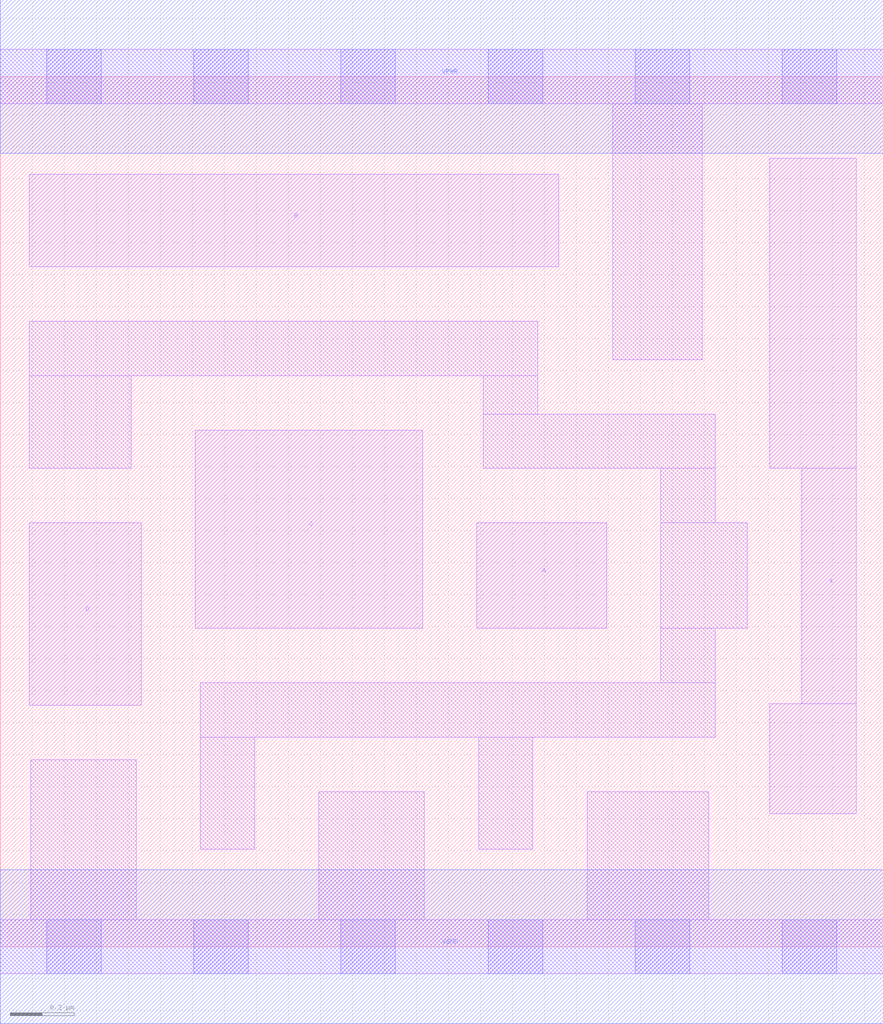
<source format=lef>
# Copyright 2020 The SkyWater PDK Authors
#
# Licensed under the Apache License, Version 2.0 (the "License");
# you may not use this file except in compliance with the License.
# You may obtain a copy of the License at
#
#     https://www.apache.org/licenses/LICENSE-2.0
#
# Unless required by applicable law or agreed to in writing, software
# distributed under the License is distributed on an "AS IS" BASIS,
# WITHOUT WARRANTIES OR CONDITIONS OF ANY KIND, either express or implied.
# See the License for the specific language governing permissions and
# limitations under the License.
#
# SPDX-License-Identifier: Apache-2.0

VERSION 5.7 ;
  NAMESCASESENSITIVE ON ;
  NOWIREEXTENSIONATPIN ON ;
  DIVIDERCHAR "/" ;
  BUSBITCHARS "[]" ;
UNITS
  DATABASE MICRONS 200 ;
END UNITS
MACRO sky130_fd_sc_hd__or4_1
  CLASS CORE ;
  FOREIGN sky130_fd_sc_hd__or4_1 ;
  ORIGIN  0.000000  0.000000 ;
  SIZE  2.760000 BY  2.720000 ;
  SYMMETRY X Y R90 ;
  SITE unithd ;
  PIN A
    ANTENNAGATEAREA  0.126000 ;
    DIRECTION INPUT ;
    USE SIGNAL ;
    PORT
      LAYER li1 ;
        RECT 1.490000 0.995000 1.895000 1.325000 ;
    END
  END A
  PIN B
    ANTENNAGATEAREA  0.126000 ;
    DIRECTION INPUT ;
    USE SIGNAL ;
    PORT
      LAYER li1 ;
        RECT 0.090000 2.125000 1.745000 2.415000 ;
    END
  END B
  PIN C
    ANTENNAGATEAREA  0.126000 ;
    DIRECTION INPUT ;
    USE SIGNAL ;
    PORT
      LAYER li1 ;
        RECT 0.610000 0.995000 1.320000 1.615000 ;
    END
  END C
  PIN D
    ANTENNAGATEAREA  0.126000 ;
    DIRECTION INPUT ;
    USE SIGNAL ;
    PORT
      LAYER li1 ;
        RECT 0.090000 0.755000 0.440000 1.325000 ;
    END
  END D
  PIN X
    ANTENNADIFFAREA  0.445500 ;
    DIRECTION OUTPUT ;
    USE SIGNAL ;
    PORT
      LAYER li1 ;
        RECT 2.405000 0.415000 2.675000 0.760000 ;
        RECT 2.405000 1.495000 2.675000 2.465000 ;
        RECT 2.505000 0.760000 2.675000 1.495000 ;
    END
  END X
  PIN VGND
    DIRECTION INOUT ;
    SHAPE ABUTMENT ;
    USE GROUND ;
    PORT
      LAYER met1 ;
        RECT 0.000000 -0.240000 2.760000 0.240000 ;
    END
  END VGND
  PIN VPWR
    DIRECTION INOUT ;
    SHAPE ABUTMENT ;
    USE POWER ;
    PORT
      LAYER met1 ;
        RECT 0.000000 2.480000 2.760000 2.960000 ;
    END
  END VPWR
  OBS
    LAYER li1 ;
      RECT 0.000000 -0.085000 2.760000 0.085000 ;
      RECT 0.000000  2.635000 2.760000 2.805000 ;
      RECT 0.090000  1.495000 0.410000 1.785000 ;
      RECT 0.090000  1.785000 1.680000 1.955000 ;
      RECT 0.095000  0.085000 0.425000 0.585000 ;
      RECT 0.625000  0.305000 0.795000 0.655000 ;
      RECT 0.625000  0.655000 2.235000 0.825000 ;
      RECT 0.995000  0.085000 1.325000 0.485000 ;
      RECT 1.495000  0.305000 1.665000 0.655000 ;
      RECT 1.510000  1.495000 2.235000 1.665000 ;
      RECT 1.510000  1.665000 1.680000 1.785000 ;
      RECT 1.835000  0.085000 2.215000 0.485000 ;
      RECT 1.915000  1.835000 2.195000 2.635000 ;
      RECT 2.065000  0.825000 2.235000 0.995000 ;
      RECT 2.065000  0.995000 2.335000 1.325000 ;
      RECT 2.065000  1.325000 2.235000 1.495000 ;
    LAYER mcon ;
      RECT 0.145000 -0.085000 0.315000 0.085000 ;
      RECT 0.145000  2.635000 0.315000 2.805000 ;
      RECT 0.605000 -0.085000 0.775000 0.085000 ;
      RECT 0.605000  2.635000 0.775000 2.805000 ;
      RECT 1.065000 -0.085000 1.235000 0.085000 ;
      RECT 1.065000  2.635000 1.235000 2.805000 ;
      RECT 1.525000 -0.085000 1.695000 0.085000 ;
      RECT 1.525000  2.635000 1.695000 2.805000 ;
      RECT 1.985000 -0.085000 2.155000 0.085000 ;
      RECT 1.985000  2.635000 2.155000 2.805000 ;
      RECT 2.445000 -0.085000 2.615000 0.085000 ;
      RECT 2.445000  2.635000 2.615000 2.805000 ;
  END
END sky130_fd_sc_hd__or4_1
END LIBRARY

</source>
